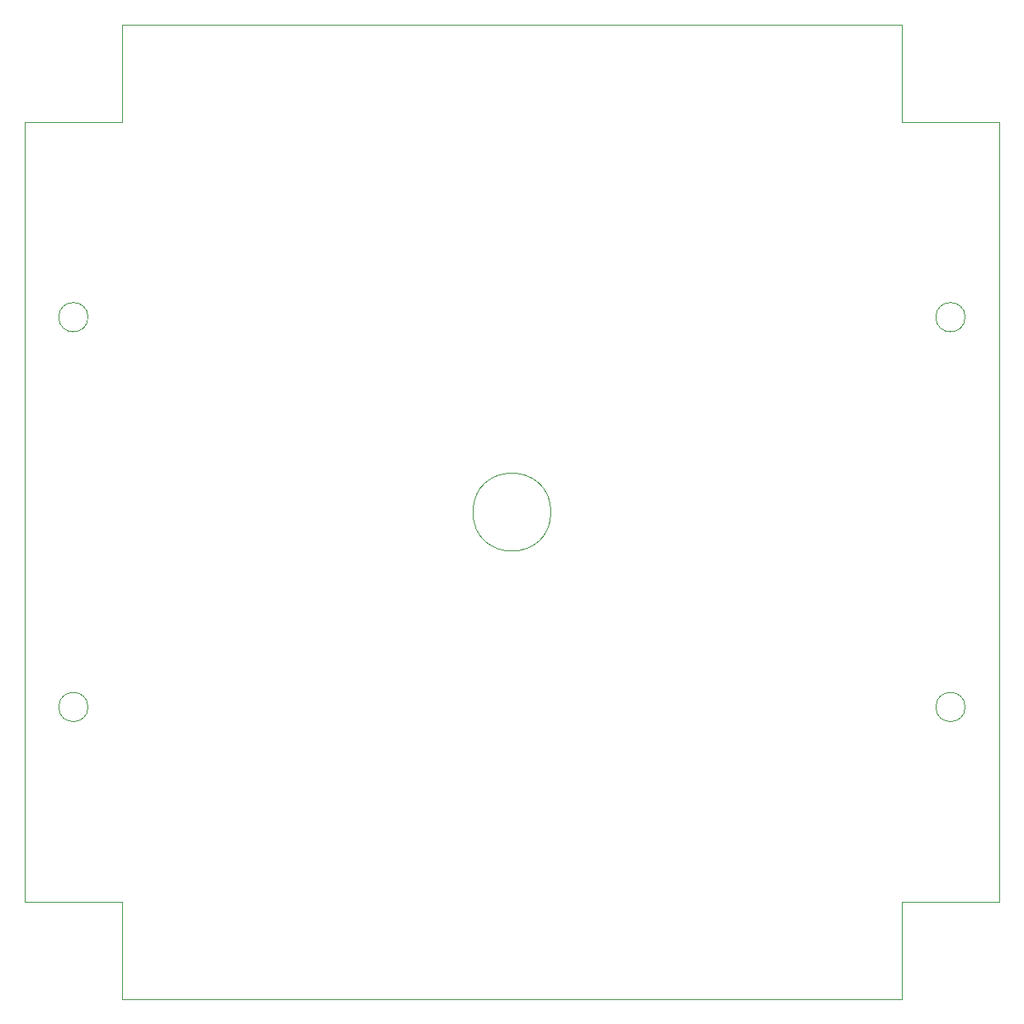
<source format=gm1>
%TF.GenerationSoftware,KiCad,Pcbnew,(5.1.9-0-10_14)*%
%TF.CreationDate,2021-08-19T21:49:59-05:00*%
%TF.ProjectId,OwlSat_Z_Panel,4f776c53-6174-45f5-9a5f-50616e656c2e,rev?*%
%TF.SameCoordinates,Original*%
%TF.FileFunction,Profile,NP*%
%FSLAX46Y46*%
G04 Gerber Fmt 4.6, Leading zero omitted, Abs format (unit mm)*
G04 Created by KiCad (PCBNEW (5.1.9-0-10_14)) date 2021-08-19 21:49:59*
%MOMM*%
%LPD*%
G01*
G04 APERTURE LIST*
%TA.AperFunction,Profile*%
%ADD10C,0.050000*%
%TD*%
G04 APERTURE END LIST*
D10*
X196170000Y-102200000D02*
G75*
G03*
X196170000Y-102200000I-1500000J0D01*
G01*
X196170000Y-62200000D02*
G75*
G03*
X196170000Y-62200000I-1500000J0D01*
G01*
X106170000Y-62200000D02*
G75*
G03*
X106170000Y-62200000I-1500000J0D01*
G01*
X153670000Y-82200000D02*
G75*
G03*
X153670000Y-82200000I-4000000J0D01*
G01*
X106170000Y-102200000D02*
G75*
G03*
X106170000Y-102200000I-1500000J0D01*
G01*
X109670000Y-42200000D02*
X109670000Y-32200000D01*
X99670000Y-42200000D02*
X109670000Y-42200000D01*
X99670000Y-122200000D02*
X99670000Y-42200000D01*
X109670000Y-122200000D02*
X99670000Y-122200000D01*
X109670000Y-132200000D02*
X109670000Y-122200000D01*
X189670000Y-132200000D02*
X109670000Y-132200000D01*
X189670000Y-122200000D02*
X189670000Y-132200000D01*
X199670000Y-122200000D02*
X189670000Y-122200000D01*
X199670000Y-42200000D02*
X199670000Y-122200000D01*
X189670000Y-42200000D02*
X199670000Y-42200000D01*
X189670000Y-32200000D02*
X189670000Y-42200000D01*
X109670000Y-32200000D02*
X189670000Y-32200000D01*
M02*

</source>
